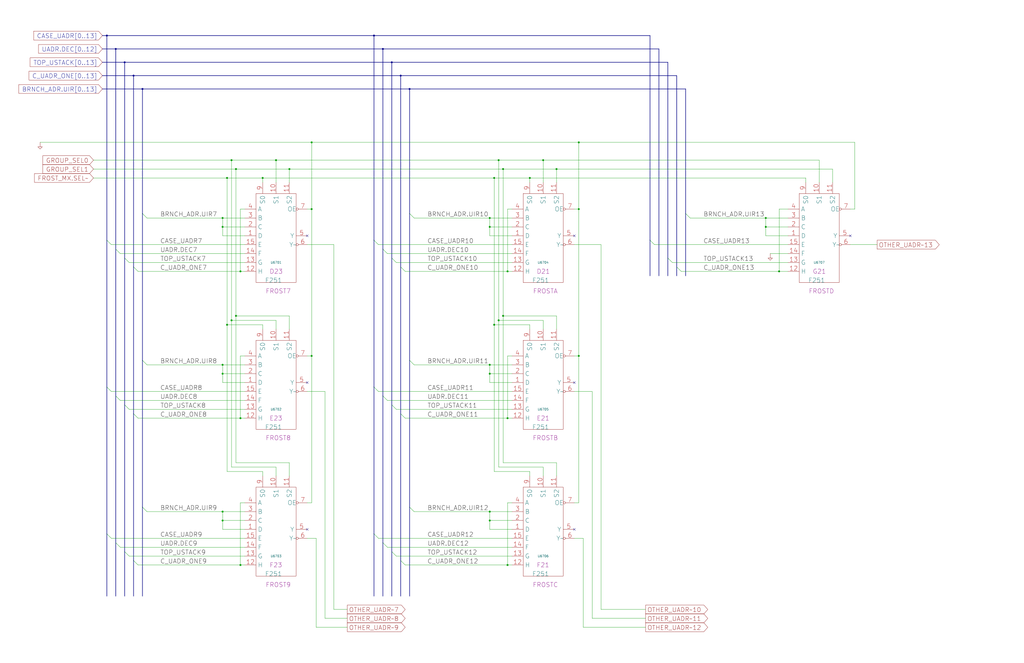
<source format=kicad_sch>
(kicad_sch (version 20220126) (generator eeschema)
  (paper "User" 584.2 378.46)
  (title_block (title "OTHER UADR - BITS (7:14)") (date "22-MAY-90") (rev "1.0") (comment 1 "SEQUENCER") (comment 2 "232-003064") (comment 3 "S400") (comment 4 "RELEASED"))
  (lib_symbols
    (symbol "r1000:F251" (pin_names (offset 1.016))
      (property "Reference" "U" (at 2.54 5.08 0))
      (property "Value" "F251" (at -3.81 -5.08 0))
      (property "Location" "___" (at -1.27 0 0))
      (property "Name" "______" (at 3.81 -12.7 0))
      (symbol "F251_1_1"
        (rectangle (start -8.89 44.45) (end 13.97 -6.35))
        (circle (center 14.605 15.24) (radius 0.635))
        (circle (center 14.605 35.56) (radius 0.635))
        (pin input line (at -15.24 20.32 0) (length 6.35) (name "D") (number "1"))
        (pin input line (at 2.54 50.8 270) (length 6.35) (name "S1") (number "10"))
        (pin input line (at 10.16 50.8 270) (length 6.35) (name "S2") (number "11"))
        (pin input line (at -15.24 0 0) (length 6.35) (name "H") (number "12"))
        (pin input line (at -15.24 5.08 0) (length 6.35) (name "G") (number "13"))
        (pin input line (at -15.24 10.16 0) (length 6.35) (name "F") (number "14"))
        (pin input line (at -15.24 15.24 0) (length 6.35) (name "E") (number "15"))
        (pin input line (at -15.24 25.4 0) (length 6.35) (name "C") (number "2"))
        (pin input line (at -15.24 30.48 0) (length 6.35) (name "B") (number "3"))
        (pin input line (at -15.24 35.56 0) (length 6.35) (name "A") (number "4"))
        (pin tri_state line (at 20.32 20.32 180) (length 6.35) (name "Y") (number "5"))
        (pin tri_state line (at 20.32 15.24 180) (length 5.08) (name "Y~") (number "6"))
        (pin input line (at 20.32 35.56 180) (length 5.08) (name "OE") (number "7"))
        (pin input line (at -5.08 50.8 270) (length 6.35) (name "S0") (number "9"))
      )
    )
    (symbol "r1000:PD" (power) (pin_numbers hide) (pin_names hide) (in_bom no)
      (symbol "PD_0_1"
        (polyline (pts (xy 0 -2.54) (xy 1.27 -2.54) (xy 0 -3.81) (xy -1.27 -2.54) (xy 0 -2.54)) (stroke (width 0.1524)))
      )
      (symbol "PD_1_1"
        (pin power_in line (at 0 0 270) (length 2.54) (name "PD") (number "1"))
      )
    )
  )
  (bus (pts (xy 213.36 137.16) (xy 213.36 220.98)))
  (bus (pts (xy 213.36 20.32) (xy 213.36 137.16)))
  (bus (pts (xy 213.36 20.32) (xy 370.84 20.32)))
  (bus (pts (xy 213.36 220.98) (xy 213.36 304.8)))
  (bus (pts (xy 213.36 304.8) (xy 213.36 340.36)))
  (bus (pts (xy 218.44 142.24) (xy 218.44 226.06)))
  (bus (pts (xy 218.44 226.06) (xy 218.44 309.88)))
  (bus (pts (xy 218.44 27.94) (xy 218.44 142.24)))
  (bus (pts (xy 218.44 27.94) (xy 375.92 27.94)))
  (bus (pts (xy 218.44 309.88) (xy 218.44 340.36)))
  (bus (pts (xy 223.52 147.32) (xy 223.52 231.14)))
  (bus (pts (xy 223.52 231.14) (xy 223.52 314.96)))
  (bus (pts (xy 223.52 314.96) (xy 223.52 340.36)))
  (bus (pts (xy 223.52 35.56) (xy 223.52 147.32)))
  (bus (pts (xy 223.52 35.56) (xy 381 35.56)))
  (bus (pts (xy 228.6 152.4) (xy 228.6 236.22)))
  (bus (pts (xy 228.6 236.22) (xy 228.6 320.04)))
  (bus (pts (xy 228.6 320.04) (xy 228.6 340.36)))
  (bus (pts (xy 228.6 43.18) (xy 228.6 152.4)))
  (bus (pts (xy 228.6 43.18) (xy 386.08 43.18)))
  (bus (pts (xy 233.68 121.92) (xy 233.68 205.74)))
  (bus (pts (xy 233.68 205.74) (xy 233.68 289.56)))
  (bus (pts (xy 233.68 289.56) (xy 233.68 340.36)))
  (bus (pts (xy 233.68 50.8) (xy 233.68 121.92)))
  (bus (pts (xy 233.68 50.8) (xy 391.16 50.8)))
  (bus (pts (xy 370.84 137.16) (xy 370.84 157.48)))
  (bus (pts (xy 370.84 20.32) (xy 370.84 137.16)))
  (bus (pts (xy 375.92 27.94) (xy 375.92 157.48)))
  (bus (pts (xy 381 147.32) (xy 381 157.48)))
  (bus (pts (xy 381 35.56) (xy 381 147.32)))
  (bus (pts (xy 386.08 152.4) (xy 386.08 157.48)))
  (bus (pts (xy 386.08 43.18) (xy 386.08 152.4)))
  (bus (pts (xy 391.16 121.92) (xy 391.16 157.48)))
  (bus (pts (xy 391.16 50.8) (xy 391.16 121.92)))
  (bus (pts (xy 58.42 20.32) (xy 60.96 20.32)))
  (bus (pts (xy 58.42 27.94) (xy 66.04 27.94)))
  (bus (pts (xy 58.42 35.56) (xy 71.12 35.56)))
  (bus (pts (xy 58.42 43.18) (xy 76.2 43.18)))
  (bus (pts (xy 58.42 50.8) (xy 81.28 50.8)))
  (bus (pts (xy 60.96 137.16) (xy 60.96 220.98)))
  (bus (pts (xy 60.96 20.32) (xy 213.36 20.32)))
  (bus (pts (xy 60.96 20.32) (xy 60.96 137.16)))
  (bus (pts (xy 60.96 220.98) (xy 60.96 304.8)))
  (bus (pts (xy 60.96 304.8) (xy 60.96 340.36)))
  (bus (pts (xy 66.04 142.24) (xy 66.04 226.06)))
  (bus (pts (xy 66.04 226.06) (xy 66.04 309.88)))
  (bus (pts (xy 66.04 27.94) (xy 218.44 27.94)))
  (bus (pts (xy 66.04 27.94) (xy 66.04 142.24)))
  (bus (pts (xy 66.04 309.88) (xy 66.04 340.36)))
  (bus (pts (xy 71.12 147.32) (xy 71.12 231.14)))
  (bus (pts (xy 71.12 231.14) (xy 71.12 314.96)))
  (bus (pts (xy 71.12 314.96) (xy 71.12 340.36)))
  (bus (pts (xy 71.12 35.56) (xy 223.52 35.56)))
  (bus (pts (xy 71.12 35.56) (xy 71.12 147.32)))
  (bus (pts (xy 76.2 152.4) (xy 76.2 236.22)))
  (bus (pts (xy 76.2 236.22) (xy 76.2 320.04)))
  (bus (pts (xy 76.2 320.04) (xy 76.2 340.36)))
  (bus (pts (xy 76.2 43.18) (xy 228.6 43.18)))
  (bus (pts (xy 76.2 43.18) (xy 76.2 152.4)))
  (bus (pts (xy 81.28 121.92) (xy 81.28 205.74)))
  (bus (pts (xy 81.28 205.74) (xy 81.28 289.56)))
  (bus (pts (xy 81.28 289.56) (xy 81.28 340.36)))
  (bus (pts (xy 81.28 50.8) (xy 233.68 50.8)))
  (bus (pts (xy 81.28 50.8) (xy 81.28 121.92)))
  (wire (pts (xy 127 124.46) (xy 127 129.54)))
  (wire (pts (xy 127 129.54) (xy 127 134.62)))
  (wire (pts (xy 127 129.54) (xy 139.7 129.54)))
  (wire (pts (xy 127 134.62) (xy 139.7 134.62)))
  (wire (pts (xy 127 208.28) (xy 127 213.36)))
  (wire (pts (xy 127 213.36) (xy 127 218.44)))
  (wire (pts (xy 127 213.36) (xy 139.7 213.36)))
  (wire (pts (xy 127 218.44) (xy 139.7 218.44)))
  (wire (pts (xy 127 292.1) (xy 127 297.18)))
  (wire (pts (xy 127 297.18) (xy 127 302.26)))
  (wire (pts (xy 127 297.18) (xy 139.7 297.18)))
  (wire (pts (xy 127 302.26) (xy 139.7 302.26)))
  (wire (pts (xy 129.54 101.6) (xy 149.86 101.6)))
  (wire (pts (xy 129.54 185.42) (xy 129.54 101.6)))
  (wire (pts (xy 129.54 185.42) (xy 149.86 185.42)))
  (wire (pts (xy 129.54 269.24) (xy 129.54 185.42)))
  (wire (pts (xy 132.08 182.88) (xy 132.08 91.44)))
  (wire (pts (xy 132.08 182.88) (xy 157.48 182.88)))
  (wire (pts (xy 132.08 266.7) (xy 132.08 182.88)))
  (wire (pts (xy 132.08 91.44) (xy 157.48 91.44)))
  (wire (pts (xy 134.62 180.34) (xy 134.62 96.52)))
  (wire (pts (xy 134.62 180.34) (xy 165.1 180.34)))
  (wire (pts (xy 134.62 264.16) (xy 134.62 180.34)))
  (wire (pts (xy 134.62 96.52) (xy 165.1 96.52)))
  (wire (pts (xy 137.16 119.38) (xy 137.16 154.94)))
  (wire (pts (xy 137.16 154.94) (xy 139.7 154.94)))
  (wire (pts (xy 137.16 203.2) (xy 137.16 238.76)))
  (wire (pts (xy 137.16 238.76) (xy 139.7 238.76)))
  (wire (pts (xy 137.16 287.02) (xy 137.16 322.58)))
  (wire (pts (xy 137.16 322.58) (xy 139.7 322.58)))
  (wire (pts (xy 139.7 119.38) (xy 137.16 119.38)))
  (wire (pts (xy 139.7 124.46) (xy 127 124.46)))
  (wire (pts (xy 139.7 203.2) (xy 137.16 203.2)))
  (wire (pts (xy 139.7 208.28) (xy 127 208.28)))
  (wire (pts (xy 139.7 287.02) (xy 137.16 287.02)))
  (wire (pts (xy 139.7 292.1) (xy 127 292.1)))
  (wire (pts (xy 149.86 101.6) (xy 149.86 104.14)))
  (wire (pts (xy 149.86 101.6) (xy 281.94 101.6)))
  (wire (pts (xy 149.86 187.96) (xy 149.86 185.42)))
  (wire (pts (xy 149.86 269.24) (xy 129.54 269.24)))
  (wire (pts (xy 149.86 271.78) (xy 149.86 269.24)))
  (wire (pts (xy 157.48 187.96) (xy 157.48 182.88)))
  (wire (pts (xy 157.48 266.7) (xy 132.08 266.7)))
  (wire (pts (xy 157.48 271.78) (xy 157.48 266.7)))
  (wire (pts (xy 157.48 91.44) (xy 157.48 104.14)))
  (wire (pts (xy 157.48 91.44) (xy 284.48 91.44)))
  (wire (pts (xy 165.1 187.96) (xy 165.1 180.34)))
  (wire (pts (xy 165.1 264.16) (xy 134.62 264.16)))
  (wire (pts (xy 165.1 271.78) (xy 165.1 264.16)))
  (wire (pts (xy 165.1 96.52) (xy 165.1 104.14)))
  (wire (pts (xy 165.1 96.52) (xy 287.02 96.52)))
  (wire (pts (xy 175.26 119.38) (xy 177.8 119.38)))
  (wire (pts (xy 175.26 139.7) (xy 190.5 139.7)))
  (wire (pts (xy 175.26 203.2) (xy 177.8 203.2)))
  (wire (pts (xy 175.26 223.52) (xy 185.42 223.52)))
  (wire (pts (xy 175.26 287.02) (xy 177.8 287.02)))
  (wire (pts (xy 175.26 307.34) (xy 180.34 307.34)))
  (wire (pts (xy 177.8 203.2) (xy 177.8 119.38)))
  (wire (pts (xy 177.8 287.02) (xy 177.8 203.2)))
  (wire (pts (xy 177.8 81.28) (xy 177.8 119.38)))
  (wire (pts (xy 180.34 307.34) (xy 180.34 358.14)))
  (wire (pts (xy 180.34 358.14) (xy 198.12 358.14)))
  (wire (pts (xy 185.42 223.52) (xy 185.42 353.06)))
  (wire (pts (xy 185.42 353.06) (xy 198.12 353.06)))
  (wire (pts (xy 190.5 139.7) (xy 190.5 347.98)))
  (wire (pts (xy 190.5 347.98) (xy 198.12 347.98)))
  (wire (pts (xy 215.9 139.7) (xy 292.1 139.7)))
  (wire (pts (xy 215.9 223.52) (xy 292.1 223.52)))
  (wire (pts (xy 215.9 307.34) (xy 292.1 307.34)))
  (wire (pts (xy 22.86 81.28) (xy 177.8 81.28)))
  (wire (pts (xy 220.98 144.78) (xy 292.1 144.78)))
  (wire (pts (xy 220.98 228.6) (xy 292.1 228.6)))
  (wire (pts (xy 220.98 312.42) (xy 292.1 312.42)))
  (wire (pts (xy 226.06 149.86) (xy 292.1 149.86)))
  (wire (pts (xy 226.06 233.68) (xy 292.1 233.68)))
  (wire (pts (xy 226.06 317.5) (xy 292.1 317.5)))
  (wire (pts (xy 231.14 154.94) (xy 289.56 154.94)))
  (wire (pts (xy 231.14 238.76) (xy 289.56 238.76)))
  (wire (pts (xy 231.14 322.58) (xy 289.56 322.58)))
  (wire (pts (xy 236.22 124.46) (xy 279.4 124.46)))
  (wire (pts (xy 236.22 208.28) (xy 279.4 208.28)))
  (wire (pts (xy 236.22 292.1) (xy 279.4 292.1)))
  (wire (pts (xy 279.4 124.46) (xy 279.4 129.54)))
  (wire (pts (xy 279.4 129.54) (xy 279.4 134.62)))
  (wire (pts (xy 279.4 129.54) (xy 292.1 129.54)))
  (wire (pts (xy 279.4 134.62) (xy 292.1 134.62)))
  (wire (pts (xy 279.4 208.28) (xy 279.4 213.36)))
  (wire (pts (xy 279.4 213.36) (xy 279.4 218.44)))
  (wire (pts (xy 279.4 213.36) (xy 292.1 213.36)))
  (wire (pts (xy 279.4 218.44) (xy 292.1 218.44)))
  (wire (pts (xy 279.4 292.1) (xy 279.4 297.18)))
  (wire (pts (xy 279.4 297.18) (xy 279.4 302.26)))
  (wire (pts (xy 279.4 297.18) (xy 292.1 297.18)))
  (wire (pts (xy 279.4 302.26) (xy 292.1 302.26)))
  (wire (pts (xy 281.94 101.6) (xy 281.94 185.42)))
  (wire (pts (xy 281.94 101.6) (xy 302.26 101.6)))
  (wire (pts (xy 281.94 185.42) (xy 281.94 269.24)))
  (wire (pts (xy 281.94 185.42) (xy 302.26 185.42)))
  (wire (pts (xy 284.48 182.88) (xy 284.48 266.7)))
  (wire (pts (xy 284.48 182.88) (xy 309.88 182.88)))
  (wire (pts (xy 284.48 91.44) (xy 284.48 182.88)))
  (wire (pts (xy 284.48 91.44) (xy 309.88 91.44)))
  (wire (pts (xy 287.02 180.34) (xy 287.02 264.16)))
  (wire (pts (xy 287.02 180.34) (xy 317.5 180.34)))
  (wire (pts (xy 287.02 96.52) (xy 287.02 180.34)))
  (wire (pts (xy 287.02 96.52) (xy 317.5 96.52)))
  (wire (pts (xy 289.56 119.38) (xy 289.56 154.94)))
  (wire (pts (xy 289.56 154.94) (xy 292.1 154.94)))
  (wire (pts (xy 289.56 203.2) (xy 289.56 238.76)))
  (wire (pts (xy 289.56 238.76) (xy 292.1 238.76)))
  (wire (pts (xy 289.56 287.02) (xy 289.56 322.58)))
  (wire (pts (xy 289.56 322.58) (xy 292.1 322.58)))
  (wire (pts (xy 292.1 119.38) (xy 289.56 119.38)))
  (wire (pts (xy 292.1 124.46) (xy 279.4 124.46)))
  (wire (pts (xy 292.1 203.2) (xy 289.56 203.2)))
  (wire (pts (xy 292.1 208.28) (xy 279.4 208.28)))
  (wire (pts (xy 292.1 287.02) (xy 289.56 287.02)))
  (wire (pts (xy 292.1 292.1) (xy 279.4 292.1)))
  (wire (pts (xy 302.26 101.6) (xy 302.26 104.14)))
  (wire (pts (xy 302.26 101.6) (xy 459.74 101.6)))
  (wire (pts (xy 302.26 187.96) (xy 302.26 185.42)))
  (wire (pts (xy 302.26 269.24) (xy 281.94 269.24)))
  (wire (pts (xy 302.26 271.78) (xy 302.26 269.24)))
  (wire (pts (xy 309.88 187.96) (xy 309.88 182.88)))
  (wire (pts (xy 309.88 266.7) (xy 284.48 266.7)))
  (wire (pts (xy 309.88 271.78) (xy 309.88 266.7)))
  (wire (pts (xy 309.88 91.44) (xy 309.88 104.14)))
  (wire (pts (xy 309.88 91.44) (xy 467.36 91.44)))
  (wire (pts (xy 317.5 187.96) (xy 317.5 180.34)))
  (wire (pts (xy 317.5 264.16) (xy 287.02 264.16)))
  (wire (pts (xy 317.5 271.78) (xy 317.5 264.16)))
  (wire (pts (xy 317.5 96.52) (xy 317.5 104.14)))
  (wire (pts (xy 317.5 96.52) (xy 474.98 96.52)))
  (wire (pts (xy 327.66 119.38) (xy 330.2 119.38)))
  (wire (pts (xy 327.66 139.7) (xy 342.9 139.7)))
  (wire (pts (xy 327.66 203.2) (xy 330.2 203.2)))
  (wire (pts (xy 327.66 223.52) (xy 337.82 223.52)))
  (wire (pts (xy 327.66 287.02) (xy 330.2 287.02)))
  (wire (pts (xy 327.66 307.34) (xy 332.74 307.34)))
  (wire (pts (xy 330.2 119.38) (xy 330.2 81.28)))
  (wire (pts (xy 330.2 203.2) (xy 330.2 119.38)))
  (wire (pts (xy 330.2 287.02) (xy 330.2 203.2)))
  (wire (pts (xy 330.2 81.28) (xy 177.8 81.28)))
  (wire (pts (xy 330.2 81.28) (xy 487.68 81.28)))
  (wire (pts (xy 332.74 307.34) (xy 332.74 358.14)))
  (wire (pts (xy 332.74 358.14) (xy 368.3 358.14)))
  (wire (pts (xy 337.82 223.52) (xy 337.82 353.06)))
  (wire (pts (xy 337.82 353.06) (xy 368.3 353.06)))
  (wire (pts (xy 342.9 139.7) (xy 342.9 347.98)))
  (wire (pts (xy 342.9 347.98) (xy 368.3 347.98)))
  (wire (pts (xy 373.38 139.7) (xy 449.58 139.7)))
  (wire (pts (xy 383.54 149.86) (xy 449.58 149.86)))
  (wire (pts (xy 388.62 154.94) (xy 444.5 154.94)))
  (wire (pts (xy 393.7 124.46) (xy 436.88 124.46)))
  (wire (pts (xy 436.88 124.46) (xy 436.88 129.54)))
  (wire (pts (xy 436.88 129.54) (xy 436.88 134.62)))
  (wire (pts (xy 436.88 129.54) (xy 449.58 129.54)))
  (wire (pts (xy 436.88 134.62) (xy 449.58 134.62)))
  (wire (pts (xy 439.42 144.78) (xy 449.58 144.78)))
  (wire (pts (xy 444.5 119.38) (xy 444.5 154.94)))
  (wire (pts (xy 444.5 154.94) (xy 449.58 154.94)))
  (wire (pts (xy 449.58 119.38) (xy 444.5 119.38)))
  (wire (pts (xy 449.58 124.46) (xy 436.88 124.46)))
  (wire (pts (xy 459.74 101.6) (xy 459.74 104.14)))
  (wire (pts (xy 467.36 91.44) (xy 467.36 104.14)))
  (wire (pts (xy 474.98 96.52) (xy 474.98 104.14)))
  (wire (pts (xy 485.14 119.38) (xy 487.68 119.38)))
  (wire (pts (xy 485.14 139.7) (xy 500.38 139.7)))
  (wire (pts (xy 487.68 119.38) (xy 487.68 81.28)))
  (wire (pts (xy 53.34 101.6) (xy 129.54 101.6)))
  (wire (pts (xy 53.34 91.44) (xy 132.08 91.44)))
  (wire (pts (xy 53.34 96.52) (xy 134.62 96.52)))
  (wire (pts (xy 63.5 139.7) (xy 139.7 139.7)))
  (wire (pts (xy 63.5 223.52) (xy 139.7 223.52)))
  (wire (pts (xy 63.5 307.34) (xy 139.7 307.34)))
  (wire (pts (xy 68.58 144.78) (xy 139.7 144.78)))
  (wire (pts (xy 68.58 228.6) (xy 139.7 228.6)))
  (wire (pts (xy 68.58 312.42) (xy 139.7 312.42)))
  (wire (pts (xy 73.66 149.86) (xy 139.7 149.86)))
  (wire (pts (xy 73.66 233.68) (xy 139.7 233.68)))
  (wire (pts (xy 73.66 317.5) (xy 139.7 317.5)))
  (wire (pts (xy 78.74 154.94) (xy 137.16 154.94)))
  (wire (pts (xy 78.74 238.76) (xy 137.16 238.76)))
  (wire (pts (xy 78.74 322.58) (xy 137.16 322.58)))
  (wire (pts (xy 83.82 124.46) (xy 127 124.46)))
  (wire (pts (xy 83.82 208.28) (xy 127 208.28)))
  (wire (pts (xy 83.82 292.1) (xy 127 292.1)))
  (symbol (lib_id "r1000:PD") (at 22.86 81.28 0) (unit 1) (in_bom no)
    (property "Reference" "#PWR06701" (effects hide))
    (property "Value" "PD" (effects hide))
  )
  (global_label "GROUP_SEL0" (shape input) (at 53.34 91.44 180) (effects (font (size 2.54 2.54))) (property "Intersheet References" "${INTERSHEET_REFS}" (at 24.4445 91.2813 0) (effects (font (size 2.54 2.54)) (justify right))))
  (global_label "GROUP_SEL1" (shape input) (at 53.34 96.52 180) (effects (font (size 2.54 2.54))) (property "Intersheet References" "${INTERSHEET_REFS}" (at 24.4445 96.3613 0) (effects (font (size 2.54 2.54)) (justify right))))
  (global_label "FROST_MX.SEL~" (shape input) (at 53.34 101.6 180) (effects (font (size 2.54 2.54))) (property "Intersheet References" "${INTERSHEET_REFS}" (at 19.7273 101.4413 0) (effects (font (size 2.54 2.54)) (justify right))))
  (global_label "CASE_UADR[0..13]" (shape input) (at 58.42 20.32 180) (effects (font (size 2.54 2.54))) (property "Intersheet References" "${INTERSHEET_REFS}" (at 19.2435 20.1613 0) (effects (font (size 2.54 2.54)) (justify right))))
  (global_label "UADR.DEC[0..12]" (shape input) (at 58.42 27.94 180) (effects (font (size 2.54 2.54))) (property "Intersheet References" "${INTERSHEET_REFS}" (at 22.0254 27.7813 0) (effects (font (size 2.54 2.54)) (justify right))))
  (global_label "TOP_USTACK[0..13]" (shape input) (at 58.42 35.56 180) (effects (font (size 2.54 2.54))) (property "Intersheet References" "${INTERSHEET_REFS}" (at 17.1873 35.4013 0) (effects (font (size 2.54 2.54)) (justify right))))
  (global_label "C_UADR_ONE[0..13]" (shape input) (at 58.42 43.18 180) (effects (font (size 2.54 2.54))) (property "Intersheet References" "${INTERSHEET_REFS}" (at 16.5826 43.0213 0) (effects (font (size 2.54 2.54)) (justify right))))
  (global_label "BRNCH_ADR.UIR[0..13]" (shape input) (at 58.42 50.8 180) (effects (font (size 2.54 2.54))) (property "Intersheet References" "${INTERSHEET_REFS}" (at 10.7769 50.6413 0) (effects (font (size 2.54 2.54)) (justify right))))
  (junction (at 60.96 20.32))
  (bus_entry (at 60.96 137.16) (size 2.54 2.54))
  (bus_entry (at 60.96 220.98) (size 2.54 2.54))
  (bus_entry (at 60.96 304.8) (size 2.54 2.54))
  (junction (at 66.04 27.94))
  (bus_entry (at 66.04 142.24) (size 2.54 2.54))
  (bus_entry (at 66.04 226.06) (size 2.54 2.54))
  (bus_entry (at 66.04 309.88) (size 2.54 2.54))
  (junction (at 71.12 35.56))
  (bus_entry (at 71.12 147.32) (size 2.54 2.54))
  (bus_entry (at 71.12 231.14) (size 2.54 2.54))
  (bus_entry (at 71.12 314.96) (size 2.54 2.54))
  (junction (at 76.2 43.18))
  (bus_entry (at 76.2 152.4) (size 2.54 2.54))
  (bus_entry (at 76.2 236.22) (size 2.54 2.54))
  (bus_entry (at 76.2 320.04) (size 2.54 2.54))
  (junction (at 81.28 50.8))
  (bus_entry (at 81.28 121.92) (size 2.54 2.54))
  (bus_entry (at 81.28 205.74) (size 2.54 2.54))
  (bus_entry (at 81.28 289.56) (size 2.54 2.54))
  (label "BRNCH_ADR.UIR7" (at 91.44 124.46 0) (effects (font (size 2.54 2.54))))
  (label "CASE_UADR7" (at 91.44 139.7 0) (effects (font (size 2.54 2.54))))
  (label "UADR.DEC7" (at 91.44 144.78 0) (effects (font (size 2.54 2.54))))
  (label "TOP_USTACK7" (at 91.44 149.86 0) (effects (font (size 2.54 2.54))))
  (label "C_UADR_ONE7" (at 91.44 154.94 0) (effects (font (size 2.54 2.54))))
  (label "BRNCH_ADR.UIR8" (at 91.44 208.28 0) (effects (font (size 2.54 2.54))))
  (label "CASE_UADR8" (at 91.44 223.52 0) (effects (font (size 2.54 2.54))))
  (label "UADR.DEC8" (at 91.44 228.6 0) (effects (font (size 2.54 2.54))))
  (label "TOP_USTACK8" (at 91.44 233.68 0) (effects (font (size 2.54 2.54))))
  (label "C_UADR_ONE8" (at 91.44 238.76 0) (effects (font (size 2.54 2.54))))
  (label "BRNCH_ADR.UIR9" (at 91.44 292.1 0) (effects (font (size 2.54 2.54))))
  (label "CASE_UADR9" (at 91.44 307.34 0) (effects (font (size 2.54 2.54))))
  (label "UADR.DEC9" (at 91.44 312.42 0) (effects (font (size 2.54 2.54))))
  (label "TOP_USTACK9" (at 91.44 317.5 0) (effects (font (size 2.54 2.54))))
  (label "C_UADR_ONE9" (at 91.44 322.58 0) (effects (font (size 2.54 2.54))))
  (junction (at 127 124.46))
  (junction (at 127 129.54))
  (junction (at 127 208.28))
  (junction (at 127 213.36))
  (junction (at 127 292.1))
  (junction (at 127 297.18))
  (junction (at 129.54 101.6))
  (junction (at 129.54 185.42))
  (junction (at 132.08 91.44))
  (junction (at 132.08 182.88))
  (junction (at 134.62 96.52))
  (junction (at 134.62 180.34))
  (junction (at 137.16 154.94))
  (junction (at 137.16 238.76))
  (junction (at 137.16 322.58))
  (junction (at 149.86 101.6))
  (symbol (lib_id "r1000:F251") (at 154.94 154.94 0) (unit 1)
    (property "Reference" "U6701" (at 157.48 149.86 0))
    (property "Value" "F251" (at 151.13 160.02 0) (effects (font (size 2.54 2.54)) (justify left)))
    (property "Location" "D23" (at 153.67 154.94 0) (effects (font (size 2.54 2.54)) (justify left)))
    (property "Name" "FROST7" (at 158.75 167.64 0) (effects (font (size 2.54 2.54)) (justify bottom)))
  )
  (symbol (lib_id "r1000:F251") (at 154.94 238.76 0) (unit 1)
    (property "Reference" "U6702" (at 157.48 233.68 0))
    (property "Value" "F251" (at 151.13 243.84 0) (effects (font (size 2.54 2.54)) (justify left)))
    (property "Location" "E23" (at 153.67 238.76 0) (effects (font (size 2.54 2.54)) (justify left)))
    (property "Name" "FROST8" (at 158.75 251.46 0) (effects (font (size 2.54 2.54)) (justify bottom)))
  )
  (symbol (lib_id "r1000:F251") (at 154.94 322.58 0) (unit 1)
    (property "Reference" "U6703" (at 157.48 317.5 0))
    (property "Value" "F251" (at 151.13 327.66 0) (effects (font (size 2.54 2.54)) (justify left)))
    (property "Location" "F23" (at 153.67 322.58 0) (effects (font (size 2.54 2.54)) (justify left)))
    (property "Name" "FROST9" (at 158.75 335.28 0) (effects (font (size 2.54 2.54)) (justify bottom)))
  )
  (junction (at 157.48 91.44))
  (junction (at 165.1 96.52))
  (no_connect (at 175.26 134.62))
  (no_connect (at 175.26 218.44))
  (no_connect (at 175.26 302.26))
  (junction (at 177.8 81.28))
  (junction (at 177.8 119.38))
  (junction (at 177.8 203.2))
  (global_label "OTHER_UADR~7" (shape output) (at 198.12 347.98 0) (effects (font (size 2.54 2.54))) (property "Intersheet References" "${INTERSHEET_REFS}" (at 231.1279 347.8213 0) (effects (font (size 2.54 2.54)) (justify left))))
  (global_label "OTHER_UADR~8" (shape output) (at 198.12 353.06 0) (effects (font (size 2.54 2.54))) (property "Intersheet References" "${INTERSHEET_REFS}" (at 231.1279 352.9013 0) (effects (font (size 2.54 2.54)) (justify left))))
  (global_label "OTHER_UADR~9" (shape output) (at 198.12 358.14 0) (effects (font (size 2.54 2.54))) (property "Intersheet References" "${INTERSHEET_REFS}" (at 231.1279 357.9813 0) (effects (font (size 2.54 2.54)) (justify left))))
  (junction (at 213.36 20.32))
  (bus_entry (at 213.36 137.16) (size 2.54 2.54))
  (bus_entry (at 213.36 220.98) (size 2.54 2.54))
  (bus_entry (at 213.36 304.8) (size 2.54 2.54))
  (junction (at 218.44 27.94))
  (bus_entry (at 218.44 142.24) (size 2.54 2.54))
  (bus_entry (at 218.44 226.06) (size 2.54 2.54))
  (bus_entry (at 218.44 309.88) (size 2.54 2.54))
  (junction (at 223.52 35.56))
  (bus_entry (at 223.52 147.32) (size 2.54 2.54))
  (bus_entry (at 223.52 231.14) (size 2.54 2.54))
  (bus_entry (at 223.52 314.96) (size 2.54 2.54))
  (junction (at 228.6 43.18))
  (bus_entry (at 228.6 152.4) (size 2.54 2.54))
  (bus_entry (at 228.6 236.22) (size 2.54 2.54))
  (bus_entry (at 228.6 320.04) (size 2.54 2.54))
  (junction (at 233.68 50.8))
  (bus_entry (at 233.68 121.92) (size 2.54 2.54))
  (bus_entry (at 233.68 205.74) (size 2.54 2.54))
  (bus_entry (at 233.68 289.56) (size 2.54 2.54))
  (label "BRNCH_ADR.UIR10" (at 243.84 124.46 0) (effects (font (size 2.54 2.54))))
  (label "CASE_UADR10" (at 243.84 139.7 0) (effects (font (size 2.54 2.54))))
  (label "UADR.DEC10" (at 243.84 144.78 0) (effects (font (size 2.54 2.54))))
  (label "TOP_USTACK10" (at 243.84 149.86 0) (effects (font (size 2.54 2.54))))
  (label "C_UADR_ONE10" (at 243.84 154.94 0) (effects (font (size 2.54 2.54))))
  (label "BRNCH_ADR.UIR11" (at 243.84 208.28 0) (effects (font (size 2.54 2.54))))
  (label "CASE_UADR11" (at 243.84 223.52 0) (effects (font (size 2.54 2.54))))
  (label "UADR.DEC11" (at 243.84 228.6 0) (effects (font (size 2.54 2.54))))
  (label "TOP_USTACK11" (at 243.84 233.68 0) (effects (font (size 2.54 2.54))))
  (label "C_UADR_ONE11" (at 243.84 238.76 0) (effects (font (size 2.54 2.54))))
  (label "BRNCH_ADR.UIR12" (at 243.84 292.1 0) (effects (font (size 2.54 2.54))))
  (label "CASE_UADR12" (at 243.84 307.34 0) (effects (font (size 2.54 2.54))))
  (label "UADR.DEC12" (at 243.84 312.42 0) (effects (font (size 2.54 2.54))))
  (label "TOP_USTACK12" (at 243.84 317.5 0) (effects (font (size 2.54 2.54))))
  (label "C_UADR_ONE12" (at 243.84 322.58 0) (effects (font (size 2.54 2.54))))
  (junction (at 279.4 124.46))
  (junction (at 279.4 129.54))
  (junction (at 279.4 208.28))
  (junction (at 279.4 213.36))
  (junction (at 279.4 292.1))
  (junction (at 279.4 297.18))
  (junction (at 281.94 101.6))
  (junction (at 281.94 185.42))
  (junction (at 284.48 91.44))
  (junction (at 284.48 182.88))
  (junction (at 287.02 96.52))
  (junction (at 287.02 180.34))
  (junction (at 289.56 154.94))
  (junction (at 289.56 238.76))
  (junction (at 289.56 322.58))
  (junction (at 302.26 101.6))
  (symbol (lib_id "r1000:F251") (at 307.34 154.94 0) (unit 1)
    (property "Reference" "U6704" (at 309.88 149.86 0))
    (property "Value" "F251" (at 303.53 160.02 0) (effects (font (size 2.54 2.54)) (justify left)))
    (property "Location" "D21" (at 306.07 154.94 0) (effects (font (size 2.54 2.54)) (justify left)))
    (property "Name" "FROSTA" (at 311.15 167.64 0) (effects (font (size 2.54 2.54)) (justify bottom)))
  )
  (symbol (lib_id "r1000:F251") (at 307.34 238.76 0) (unit 1)
    (property "Reference" "U6705" (at 309.88 233.68 0))
    (property "Value" "F251" (at 303.53 243.84 0) (effects (font (size 2.54 2.54)) (justify left)))
    (property "Location" "E21" (at 306.07 238.76 0) (effects (font (size 2.54 2.54)) (justify left)))
    (property "Name" "FROSTB" (at 311.15 251.46 0) (effects (font (size 2.54 2.54)) (justify bottom)))
  )
  (symbol (lib_id "r1000:F251") (at 307.34 322.58 0) (unit 1)
    (property "Reference" "U6706" (at 309.88 317.5 0))
    (property "Value" "F251" (at 303.53 327.66 0) (effects (font (size 2.54 2.54)) (justify left)))
    (property "Location" "F21" (at 306.07 322.58 0) (effects (font (size 2.54 2.54)) (justify left)))
    (property "Name" "FROSTC" (at 311.15 335.28 0) (effects (font (size 2.54 2.54)) (justify bottom)))
  )
  (junction (at 309.88 91.44))
  (junction (at 317.5 96.52))
  (no_connect (at 327.66 134.62))
  (no_connect (at 327.66 218.44))
  (no_connect (at 327.66 302.26))
  (junction (at 330.2 81.28))
  (junction (at 330.2 119.38))
  (junction (at 330.2 203.2))
  (global_label "OTHER_UADR~10" (shape output) (at 368.3 347.98 0) (effects (font (size 2.54 2.54))) (property "Intersheet References" "${INTERSHEET_REFS}" (at 403.727 347.8213 0) (effects (font (size 2.54 2.54)) (justify left))))
  (global_label "OTHER_UADR~11" (shape output) (at 368.3 353.06 0) (effects (font (size 2.54 2.54))) (property "Intersheet References" "${INTERSHEET_REFS}" (at 403.727 352.9013 0) (effects (font (size 2.54 2.54)) (justify left))))
  (global_label "OTHER_UADR~12" (shape output) (at 368.3 358.14 0) (effects (font (size 2.54 2.54))) (property "Intersheet References" "${INTERSHEET_REFS}" (at 403.727 357.9813 0) (effects (font (size 2.54 2.54)) (justify left))))
  (bus_entry (at 370.84 137.16) (size 2.54 2.54))
  (bus_entry (at 381 147.32) (size 2.54 2.54))
  (bus_entry (at 386.08 152.4) (size 2.54 2.54))
  (bus_entry (at 391.16 121.92) (size 2.54 2.54))
  (label "BRNCH_ADR.UIR13" (at 401.32 124.46 0) (effects (font (size 2.54 2.54))))
  (label "CASE_UADR13" (at 401.32 139.7 0) (effects (font (size 2.54 2.54))))
  (label "TOP_USTACK13" (at 401.32 149.86 0) (effects (font (size 2.54 2.54))))
  (label "C_UADR_ONE13" (at 401.32 154.94 0) (effects (font (size 2.54 2.54))))
  (junction (at 436.88 124.46))
  (junction (at 436.88 129.54))
  (symbol (lib_id "r1000:PD") (at 439.42 144.78 0) (unit 1) (in_bom no)
    (property "Reference" "#PWR06702" (effects hide))
    (property "Value" "PD" (effects hide))
  )
  (junction (at 444.5 154.94))
  (symbol (lib_id "r1000:F251") (at 464.82 154.94 0) (unit 1)
    (property "Reference" "U6707" (at 467.36 149.86 0))
    (property "Value" "F251" (at 461.01 160.02 0) (effects (font (size 2.54 2.54)) (justify left)))
    (property "Location" "G21" (at 463.55 154.94 0) (effects (font (size 2.54 2.54)) (justify left)))
    (property "Name" "FROSTD" (at 468.63 167.64 0) (effects (font (size 2.54 2.54)) (justify bottom)))
  )
  (no_connect (at 485.14 134.62))
  (global_label "OTHER_UADR~13" (shape output) (at 500.38 139.7 0) (effects (font (size 2.54 2.54))) (property "Intersheet References" "${INTERSHEET_REFS}" (at 535.807 139.5413 0) (effects (font (size 2.54 2.54)) (justify left))))
)
</source>
